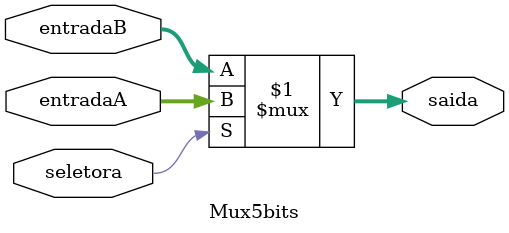
<source format=v>
module Mux5bits(
    input [4:0] entradaA,
    input [4:0] entradaB,
    input seletora,
    output [4:0] saida
);

    assign saida = (seletora) ? entradaA : entradaB; //Uso do operador ternário: se seletora for 1, então é entradaA. Se 0, então entradaB.
endmodule
</source>
